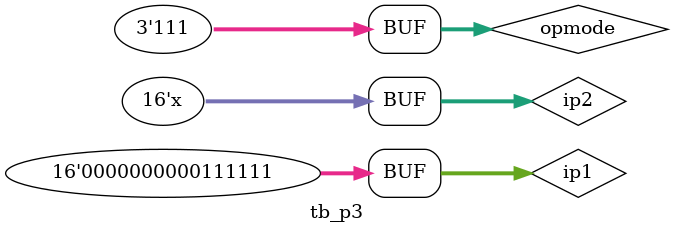
<source format=v>
module tb_p3();
    // Mode Declaration
    reg [2:0] opmode;
    reg [15:0] ip1,ip2;
    wire zero_flag;
    wire [15:0] op;
    
    p3 UUT (op, zero_flag, opmode, ip1, ip2);   // Instantiate p3

    // For ip1 and ip2, obtain outputs for each mode
    initial begin
        ip1 = 16'b0010_0001; ip2 = 16'b1001_0001; opmode = 3'b000; #10;
        ip1 = 16'b1001_0001; ip2 = 16'b0010_0001; opmode = 3'b001; #10;
        ip1 = 16'b0101_0101; ip2 = 16'b1111_1111; opmode = 3'b010; #10;
        ip1 = 16'b0011_0011; ip2 = 16'b0101_0101; opmode = 3'b011; #10;
        ip1 = 16'b0011_0011; ip2 = 16'b0101_0101; opmode = 3'b100; #10;
        ip1 = 16'b0011_1111; ip2 = 16'bx;         opmode = 3'b101; #10;
        ip1 = 16'b0011_1111; ip2 = 16'bx;         opmode = 3'b110; #10;
        ip1 = 16'b0011_1111; ip2 = 16'bx;         opmode = 3'b111;
        #10;
    end

    // Display all parameters
    initial begin
        $monitor("opmode = %b\nip1 = %b\nip2 = %b\nop  = %b\nzero_flag  = %b\n----------",opmode,ip1,ip2,op,zero_flag);
    end
endmodule
</source>
